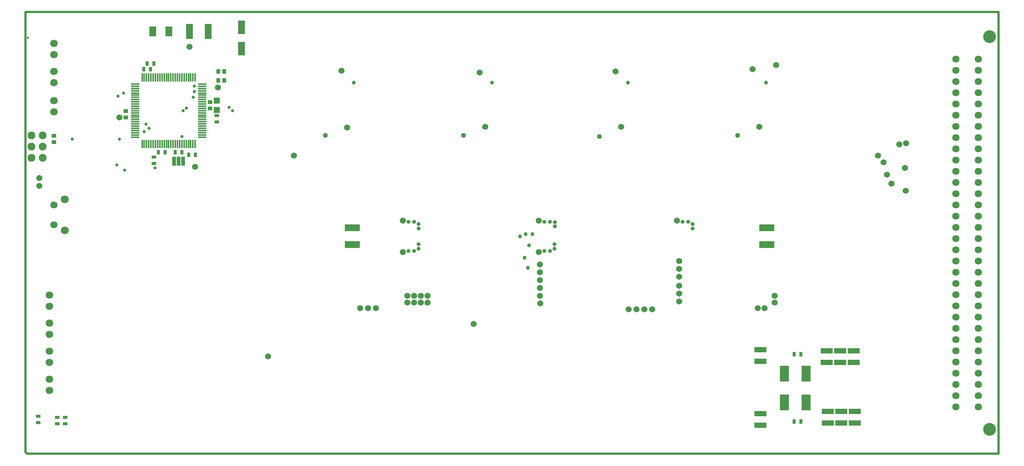
<source format=gbs>
G04 Layer_Color=16711935*
%FSLAX42Y42*%
%MOMM*%
G71*
G01*
G75*
%ADD41C,0.50*%
%ADD71R,1.00X0.80*%
%ADD72R,0.90X1.00*%
%ADD73R,0.80X1.00*%
%ADD74R,1.52X3.12*%
%ADD82R,1.62X2.28*%
%ADD91R,1.00X0.90*%
%ADD92R,3.40X1.50*%
%ADD93R,2.70X1.20*%
%ADD94R,2.10X3.60*%
%ADD95C,1.70*%
%ADD96C,1.63*%
%ADD97C,1.80*%
G04:AMPARAMS|DCode=98|XSize=1.68mm|YSize=1.68mm|CornerRadius=0mm|HoleSize=0mm|Usage=FLASHONLY|Rotation=90.000|XOffset=0mm|YOffset=0mm|HoleType=Round|Shape=Octagon|*
%AMOCTAGOND98*
4,1,8,0.42,0.84,-0.42,0.84,-0.84,0.42,-0.84,-0.42,-0.42,-0.84,0.42,-0.84,0.84,-0.42,0.84,0.42,0.42,0.84,0.0*
%
%ADD98OCTAGOND98*%

%ADD99C,2.90*%
%ADD100C,0.74*%
%ADD101C,1.37*%
%ADD102C,0.86*%
%ADD103C,1.12*%
%ADD104C,0.90*%
%ADD105R,1.65X3.40*%
%ADD106R,0.81X2.11*%
%ADD107R,1.32X1.32*%
%ADD108O,0.40X1.90*%
%ADD109O,1.90X0.40*%
D41*
X2202Y11000D02*
X24206Y11000D01*
X2251Y10420D02*
X2253Y10422D01*
X2200Y1041D02*
Y10998D01*
Y1035D02*
Y1041D01*
Y1035D02*
X2235Y1000D01*
X17297D01*
X24206Y1000D01*
X24206Y11000D01*
D71*
X6528Y8510D02*
D03*
Y8660D02*
D03*
X5105Y7570D02*
D03*
Y7720D02*
D03*
X2921Y1828D02*
D03*
Y1678D02*
D03*
X3099Y1828D02*
D03*
Y1678D02*
D03*
X2489Y1853D02*
D03*
Y1703D02*
D03*
D72*
X6559Y9449D02*
D03*
X6699D02*
D03*
X6559Y9652D02*
D03*
X6699D02*
D03*
D73*
X5358Y7823D02*
D03*
X5208D02*
D03*
X4954Y9830D02*
D03*
X5104D02*
D03*
X4878Y9703D02*
D03*
X5028D02*
D03*
X5739Y7823D02*
D03*
X5589D02*
D03*
X6044Y7772D02*
D03*
X5894D02*
D03*
X19585Y3251D02*
D03*
X19735D02*
D03*
X19585Y1727D02*
D03*
X19735D02*
D03*
D74*
X7087Y10655D02*
D03*
Y10174D02*
D03*
D82*
X5442Y10566D02*
D03*
X5074D02*
D03*
D91*
X6377Y8960D02*
D03*
Y8820D02*
D03*
X4470Y8617D02*
D03*
Y8757D02*
D03*
X2839Y8058D02*
D03*
Y8198D02*
D03*
D92*
X9590Y5735D02*
D03*
Y6115D02*
D03*
X18962Y5735D02*
D03*
Y6115D02*
D03*
D93*
X18821Y3091D02*
D03*
Y3361D02*
D03*
X20625Y3065D02*
D03*
Y3335D02*
D03*
X20930Y3065D02*
D03*
Y3335D02*
D03*
X20320Y3065D02*
D03*
Y3335D02*
D03*
X18821Y1643D02*
D03*
Y1913D02*
D03*
X20345Y1694D02*
D03*
Y1964D02*
D03*
X20650Y1694D02*
D03*
Y1964D02*
D03*
X20954Y1694D02*
D03*
Y1964D02*
D03*
D94*
X19854Y2819D02*
D03*
X19364D02*
D03*
X19854Y2159D02*
D03*
X19364D02*
D03*
D95*
X2743Y2692D02*
D03*
Y2438D02*
D03*
Y3327D02*
D03*
Y3073D02*
D03*
Y3962D02*
D03*
Y3708D02*
D03*
Y4597D02*
D03*
Y4343D02*
D03*
X2845Y9652D02*
D03*
Y9398D02*
D03*
Y8992D02*
D03*
Y8738D02*
D03*
X2839Y10039D02*
D03*
Y10293D02*
D03*
D96*
X2841Y6632D02*
D03*
Y6182D02*
D03*
X23241Y2063D02*
D03*
Y2317D02*
D03*
Y2571D02*
D03*
Y2825D02*
D03*
Y3079D02*
D03*
Y3333D02*
D03*
Y3587D02*
D03*
Y3841D02*
D03*
Y4095D02*
D03*
Y4349D02*
D03*
Y4603D02*
D03*
Y4857D02*
D03*
Y5111D02*
D03*
Y5365D02*
D03*
Y5619D02*
D03*
Y5873D02*
D03*
Y6127D02*
D03*
Y6381D02*
D03*
Y6635D02*
D03*
Y6889D02*
D03*
Y7143D02*
D03*
Y7397D02*
D03*
Y7651D02*
D03*
Y7905D02*
D03*
Y8159D02*
D03*
Y8413D02*
D03*
Y8667D02*
D03*
Y8921D02*
D03*
Y9175D02*
D03*
Y9429D02*
D03*
Y9683D02*
D03*
Y9937D02*
D03*
X23749Y2063D02*
D03*
Y2317D02*
D03*
Y2571D02*
D03*
Y2825D02*
D03*
Y3079D02*
D03*
Y3333D02*
D03*
Y3587D02*
D03*
Y3841D02*
D03*
Y4095D02*
D03*
Y4349D02*
D03*
Y4603D02*
D03*
Y4857D02*
D03*
Y5111D02*
D03*
Y5365D02*
D03*
Y5619D02*
D03*
Y5873D02*
D03*
Y6127D02*
D03*
Y6381D02*
D03*
Y6635D02*
D03*
Y6889D02*
D03*
Y7143D02*
D03*
Y7397D02*
D03*
Y7651D02*
D03*
Y7905D02*
D03*
Y8159D02*
D03*
Y8413D02*
D03*
Y8667D02*
D03*
Y8921D02*
D03*
Y9175D02*
D03*
Y9429D02*
D03*
Y9683D02*
D03*
Y9937D02*
D03*
D97*
X3090Y6056D02*
D03*
Y6757D02*
D03*
D98*
X2337Y7702D02*
D03*
X2591D02*
D03*
X2337Y7956D02*
D03*
X2591D02*
D03*
X2337Y8210D02*
D03*
X2591D02*
D03*
D99*
X24003Y1555D02*
D03*
Y10445D02*
D03*
D100*
X5131Y7468D02*
D03*
X4928Y8458D02*
D03*
X4991Y8369D02*
D03*
X4887Y8291D02*
D03*
X5740Y8179D02*
D03*
X4419Y9166D02*
D03*
X4293Y9093D02*
D03*
X6020Y9195D02*
D03*
Y9322D02*
D03*
X5766Y8763D02*
D03*
X6807Y8839D02*
D03*
X5842Y8826D02*
D03*
X5994Y9068D02*
D03*
X3258Y8121D02*
D03*
X4325D02*
D03*
X4267Y7538D02*
D03*
X4445Y7417D02*
D03*
X6878Y8768D02*
D03*
D101*
X19177Y9804D02*
D03*
X6034Y7493D02*
D03*
X2515Y7239D02*
D03*
Y7061D02*
D03*
X4324Y8617D02*
D03*
X6553Y9296D02*
D03*
X5911Y10218D02*
D03*
X22104Y6958D02*
D03*
X18912Y4299D02*
D03*
X12333Y3943D02*
D03*
X7684Y3208D02*
D03*
X22112Y8033D02*
D03*
X21782Y7118D02*
D03*
X21680Y7322D02*
D03*
X13840Y4404D02*
D03*
X13832Y4578D02*
D03*
Y4756D02*
D03*
Y4934D02*
D03*
Y5112D02*
D03*
Y5290D02*
D03*
X15838Y4274D02*
D03*
X16016D02*
D03*
X16194D02*
D03*
X16372D02*
D03*
X16981Y5366D02*
D03*
Y5188D02*
D03*
Y5010D02*
D03*
Y4807D02*
D03*
Y4629D02*
D03*
Y4451D02*
D03*
X8269Y7753D02*
D03*
X9768Y4299D02*
D03*
X9945D02*
D03*
X10123D02*
D03*
X11292Y4426D02*
D03*
X11139D02*
D03*
X10987D02*
D03*
X10834D02*
D03*
X11292Y4578D02*
D03*
X11139D02*
D03*
X10987D02*
D03*
X10834D02*
D03*
X18759Y4299D02*
D03*
X19140Y4426D02*
D03*
Y4578D02*
D03*
X13806Y5569D02*
D03*
Y6280D02*
D03*
X16930D02*
D03*
X10733D02*
D03*
Y5569D02*
D03*
X21604Y7601D02*
D03*
X21477Y7753D02*
D03*
X22087Y7474D02*
D03*
X21960Y8007D02*
D03*
X9347Y9677D02*
D03*
X12471Y9627D02*
D03*
X15545Y9652D02*
D03*
X18644Y9703D02*
D03*
X9474Y8382D02*
D03*
X15672Y8407D02*
D03*
X12598D02*
D03*
X18796D02*
D03*
D102*
X13564Y5207D02*
D03*
X13665Y5969D02*
D03*
X13487Y5436D02*
D03*
X13589Y5715D02*
D03*
X13386Y5918D02*
D03*
X13513Y5969D02*
D03*
X18948Y9398D02*
D03*
X9627D02*
D03*
X12747Y9401D02*
D03*
X15821D02*
D03*
D103*
X18302Y8204D02*
D03*
X8980D02*
D03*
X12104D02*
D03*
X15178Y8179D02*
D03*
D104*
X14060Y5594D02*
D03*
Y6255D02*
D03*
X14162Y5645D02*
D03*
X14173Y6248D02*
D03*
Y6147D02*
D03*
X14162Y5747D02*
D03*
X13933Y5594D02*
D03*
Y6255D02*
D03*
X17057D02*
D03*
X17286Y6102D02*
D03*
Y6204D02*
D03*
X17184Y6255D02*
D03*
X10860D02*
D03*
Y5594D02*
D03*
X11088Y5747D02*
D03*
Y6102D02*
D03*
Y6204D02*
D03*
Y5645D02*
D03*
X10987Y6255D02*
D03*
Y5594D02*
D03*
D105*
X5911Y10566D02*
D03*
X6331D02*
D03*
D106*
X5563Y7620D02*
D03*
X5664D02*
D03*
X5764D02*
D03*
D107*
X6528Y8997D02*
D03*
Y8785D02*
D03*
D108*
X6037Y9524D02*
D03*
X5987D02*
D03*
X5937D02*
D03*
X5887D02*
D03*
X5837D02*
D03*
X5787D02*
D03*
X5737D02*
D03*
X5687D02*
D03*
X5637D02*
D03*
X5587D02*
D03*
X5537D02*
D03*
X5487D02*
D03*
X5437D02*
D03*
X5387D02*
D03*
X5337D02*
D03*
X5287D02*
D03*
X5237D02*
D03*
X5187D02*
D03*
X5137D02*
D03*
X5087D02*
D03*
X5037D02*
D03*
X4987D02*
D03*
X4937D02*
D03*
X4887D02*
D03*
X4837D02*
D03*
Y8014D02*
D03*
X4887D02*
D03*
X4937D02*
D03*
X4987D02*
D03*
X5037D02*
D03*
X5087D02*
D03*
X5137D02*
D03*
X5187D02*
D03*
X5237D02*
D03*
X5287D02*
D03*
X5337D02*
D03*
X5387D02*
D03*
X5437D02*
D03*
X5487D02*
D03*
X5537D02*
D03*
X5587D02*
D03*
X5637D02*
D03*
X5687D02*
D03*
X5737D02*
D03*
X5787D02*
D03*
X5837D02*
D03*
X5887D02*
D03*
X5937D02*
D03*
X5987D02*
D03*
X6037D02*
D03*
D109*
X4682Y9369D02*
D03*
Y9319D02*
D03*
Y9269D02*
D03*
Y9219D02*
D03*
Y9169D02*
D03*
Y9119D02*
D03*
Y9069D02*
D03*
Y9019D02*
D03*
Y8969D02*
D03*
Y8919D02*
D03*
Y8869D02*
D03*
Y8819D02*
D03*
Y8769D02*
D03*
Y8719D02*
D03*
Y8669D02*
D03*
Y8619D02*
D03*
Y8569D02*
D03*
Y8519D02*
D03*
Y8469D02*
D03*
Y8419D02*
D03*
Y8369D02*
D03*
Y8319D02*
D03*
Y8269D02*
D03*
Y8219D02*
D03*
Y8169D02*
D03*
X6192D02*
D03*
Y8219D02*
D03*
Y8269D02*
D03*
Y8319D02*
D03*
Y8369D02*
D03*
Y8419D02*
D03*
Y8469D02*
D03*
Y8519D02*
D03*
Y8569D02*
D03*
Y8619D02*
D03*
Y8669D02*
D03*
Y8719D02*
D03*
Y8769D02*
D03*
Y8819D02*
D03*
Y8869D02*
D03*
Y8919D02*
D03*
Y8969D02*
D03*
Y9019D02*
D03*
Y9069D02*
D03*
Y9119D02*
D03*
Y9169D02*
D03*
Y9219D02*
D03*
Y9269D02*
D03*
Y9319D02*
D03*
Y9369D02*
D03*
M02*

</source>
